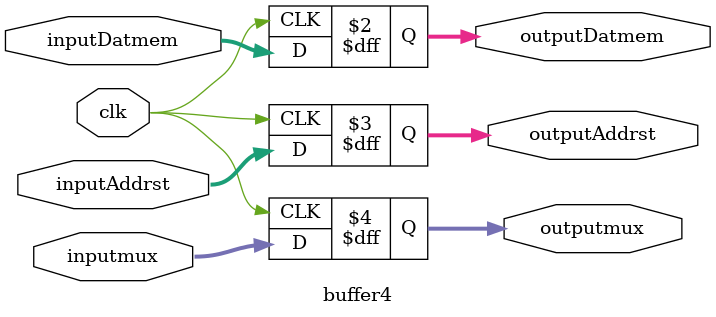
<source format=v>
`timescale 1ns/1ns
module buffer4
	(
	input clk,
	input [31:0] inputDatmem,
  	input [31:0] inputAddrst,
	input [31:0] inputmux,
	output reg [31:0] outputDatmem,
	output reg [31:0] outputAddrst,
	output reg [31:0] outputmux
	
	);
//declaracion de señales y variables 
	//NA
//2.Declaraciones
	//N/A
//3.Cuerpo del modulo--------
// asignaciones
	//NA	
//instancias
	//N/A
//Bloques always 
/*Deteccion de flanco: sirve para que un proceso solo se ejecute 
en determinados flancos de reloj de una o mas señales de entrada*/
//posedge detecta el flanco de subida
	always @(posedge clk)
	begin
		outputDatmem = inputDatmem;
		outputAddrst = inputAddrst;
		outputmux = inputmux;
	end
endmodule

</source>
